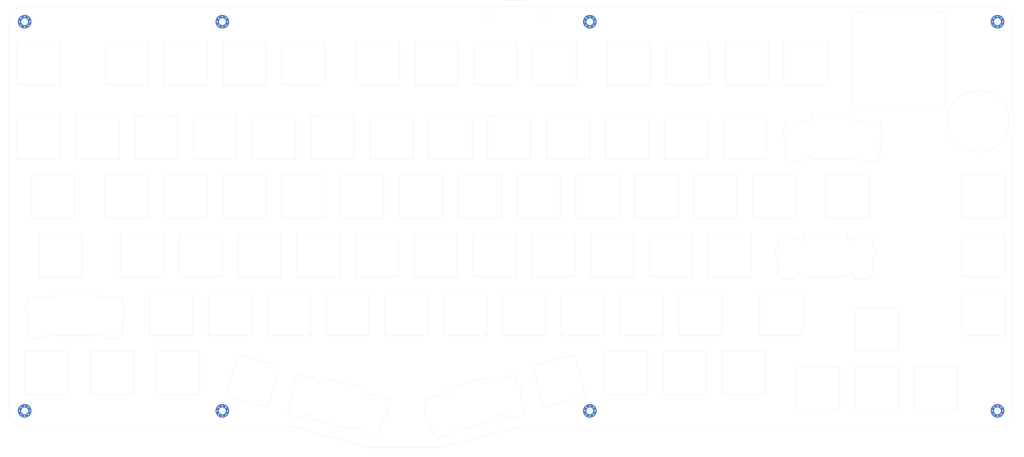
<source format=kicad_pcb>
(kicad_pcb (version 20211014) (generator pcbnew)
  (layers (0 "F.Cu" signal) (31 "B.Cu" signal) (34 "B.Paste" user) (35 "F.Paste" user) (36 "B.SilkS" user "B.Silkscreen") (37 "F.SilkS" user "F.Silkscreen") (38 "B.Mask" user) (39 "F.Mask" user) (44 "Edge.Cuts" user))
  (net 0 "")
  (net 1 "GND")
  (footprint "keyboard:MountingHole_2.2mm_M2_Pad_Via" (layer "F.Cu") (at 61.89 81.232)
    (fp_text reference "MountBaseMiddleTop1" hide)
    (fp_text value "MountingHole")
    (pad "1" thru_hole circle locked (at 0 1.65) (size 0.7 0.7) (drill 0.4) (layers *.Cu *.Mask))
    (pad "1" thru_hole circle locked (at 1.65 0) (size 0.7 0.7) (drill 0.4) (layers *.Cu *.Mask))
    (pad "1" thru_hole circle locked (at -1.166726 1.166726) (size 0.7 0.7) (drill 0.4) (layers *.Cu *.Mask))
    (pad "1" thru_hole circle locked (at 0 -1.65) (size 0.7 0.7) (drill 0.4) (layers *.Cu *.Mask))
    (pad "1" thru_hole circle locked (at -1.65 0) (size 0.7 0.7) (drill 0.4) (layers *.Cu *.Mask))
    (pad "1" thru_hole circle locked (at 0 0) (size 4.4 4.4) (drill 2.2) (layers *.Cu *.Mask))
    (pad "1" thru_hole circle locked (at -1.166726 -1.166726) (size 0.7 0.7) (drill 0.4) (layers *.Cu *.Mask))
    (pad "1" thru_hole circle locked (at 1.166726 1.166726) (size 0.7 0.7) (drill 0.4) (layers *.Cu *.Mask))
    (pad "1" thru_hole circle locked (at 1.166726 -1.166726) (size 0.7 0.7) (drill 0.4) (layers *.Cu *.Mask))
  )
  (footprint "keyboard:MountingHole_2.2mm_M2_Pad_Via" (layer "F.Cu") (at 61.89 207.232)
    (fp_text reference "MountBaseMiddleTop2" hide)
    (fp_text value "MountingHole")
    (pad "1" thru_hole circle locked (at 1.166726 1.166726) (size 0.7 0.7) (drill 0.4) (layers *.Cu *.Mask))
    (pad "1" thru_hole circle locked (at 1.65 0) (size 0.7 0.7) (drill 0.4) (layers *.Cu *.Mask))
    (pad "1" thru_hole circle locked (at 0 -1.65) (size 0.7 0.7) (drill 0.4) (layers *.Cu *.Mask))
    (pad "1" thru_hole circle locked (at 0 0) (size 4.4 4.4) (drill 2.2) (layers *.Cu *.Mask))
    (pad "1" thru_hole circle locked (at 1.166726 -1.166726) (size 0.7 0.7) (drill 0.4) (layers *.Cu *.Mask))
    (pad "1" thru_hole circle locked (at -1.166726 -1.166726) (size 0.7 0.7) (drill 0.4) (layers *.Cu *.Mask))
    (pad "1" thru_hole circle locked (at -1.166726 1.166726) (size 0.7 0.7) (drill 0.4) (layers *.Cu *.Mask))
    (pad "1" thru_hole circle locked (at 0 1.65) (size 0.7 0.7) (drill 0.4) (layers *.Cu *.Mask))
    (pad "1" thru_hole circle locked (at -1.65 0) (size 0.7 0.7) (drill 0.4) (layers *.Cu *.Mask))
  )
  (footprint "keyboard:MountingHole_2.2mm_M2_Pad_Via" (layer "F.Cu") (at 244.89 81.232)
    (fp_text reference "MountBaseMiddleTop5" hide)
    (fp_text value "MountingHole")
    (pad "1" thru_hole circle locked (at -1.166726 1.166726) (size 0.7 0.7) (drill 0.4) (layers *.Cu *.Mask))
    (pad "1" thru_hole circle locked (at -1.65 0) (size 0.7 0.7) (drill 0.4) (layers *.Cu *.Mask))
    (pad "1" thru_hole circle locked (at 1.166726 1.166726) (size 0.7 0.7) (drill 0.4) (layers *.Cu *.Mask))
    (pad "1" thru_hole circle locked (at 0 -1.65) (size 0.7 0.7) (drill 0.4) (layers *.Cu *.Mask))
    (pad "1" thru_hole circle locked (at 0 1.65) (size 0.7 0.7) (drill 0.4) (layers *.Cu *.Mask))
    (pad "1" thru_hole circle locked (at 1.166726 -1.166726) (size 0.7 0.7) (drill 0.4) (layers *.Cu *.Mask))
    (pad "1" thru_hole circle locked (at 1.65 0) (size 0.7 0.7) (drill 0.4) (layers *.Cu *.Mask))
    (pad "1" thru_hole circle locked (at -1.166726 -1.166726) (size 0.7 0.7) (drill 0.4) (layers *.Cu *.Mask))
    (pad "1" thru_hole circle locked (at 0 0) (size 4.4 4.4) (drill 2.2) (layers *.Cu *.Mask))
  )
  (footprint "keyboard:MountingHole_2.2mm_M2_Pad_Via" (layer "F.Cu") (at 244.89 207.232)
    (fp_text reference "MountBaseMiddleTop6" hide)
    (fp_text value "MountingHole")
    (pad "1" thru_hole circle locked (at -1.166726 1.166726) (size 0.7 0.7) (drill 0.4) (layers *.Cu *.Mask))
    (pad "1" thru_hole circle locked (at 1.166726 -1.166726) (size 0.7 0.7) (drill 0.4) (layers *.Cu *.Mask))
    (pad "1" thru_hole circle locked (at -1.65 0) (size 0.7 0.7) (drill 0.4) (layers *.Cu *.Mask))
    (pad "1" thru_hole circle locked (at 1.65 0) (size 0.7 0.7) (drill 0.4) (layers *.Cu *.Mask))
    (pad "1" thru_hole circle locked (at 0 0) (size 4.4 4.4) (drill 2.2) (layers *.Cu *.Mask))
    (pad "1" thru_hole circle locked (at 1.166726 1.166726) (size 0.7 0.7) (drill 0.4) (layers *.Cu *.Mask))
    (pad "1" thru_hole circle locked (at -1.166726 -1.166726) (size 0.7 0.7) (drill 0.4) (layers *.Cu *.Mask))
    (pad "1" thru_hole circle locked (at 0 1.65) (size 0.7 0.7) (drill 0.4) (layers *.Cu *.Mask))
    (pad "1" thru_hole circle locked (at 0 -1.65) (size 0.7 0.7) (drill 0.4) (layers *.Cu *.Mask))
  )
  (footprint "keyboard:MountingHole_2.2mm_M2_Pad_Via" (layer "F.Cu") (at 125.89 207.232)
    (fp_text reference "MountBaseMiddleTop4" hide)
    (fp_text value "MountingHole")
    (pad "1" thru_hole circle locked (at 1.65 0) (size 0.7 0.7) (drill 0.4) (layers *.Cu *.Mask))
    (pad "1" thru_hole circle locked (at -1.166726 1.166726) (size 0.7 0.7) (drill 0.4) (layers *.Cu *.Mask))
    (pad "1" thru_hole circle locked (at 0 -1.65) (size 0.7 0.7) (drill 0.4) (layers *.Cu *.Mask))
    (pad "1" thru_hole circle locked (at 0 1.65) (size 0.7 0.7) (drill 0.4) (layers *.Cu *.Mask))
    (pad "1" thru_hole circle locked (at -1.65 0) (size 0.7 0.7) (drill 0.4) (layers *.Cu *.Mask))
    (pad "1" thru_hole circle locked (at -1.166726 -1.166726) (size 0.7 0.7) (drill 0.4) (layers *.Cu *.Mask))
    (pad "1" thru_hole circle locked (at 1.166726 1.166726) (size 0.7 0.7) (drill 0.4) (layers *.Cu *.Mask))
    (pad "1" thru_hole circle locked (at 1.166726 -1.166726) (size 0.7 0.7) (drill 0.4) (layers *.Cu *.Mask))
    (pad "1" thru_hole circle locked (at 0 0) (size 4.4 4.4) (drill 2.2) (layers *.Cu *.Mask))
  )
  (footprint "keyboard:MountingHole_2.2mm_M2_Pad_Via" (layer "F.Cu") (at 125.89 81.232)
    (fp_text reference "MountBaseMiddleTop3" hide)
    (fp_text value "MountingHole")
    (pad "1" thru_hole circle locked (at 1.166726 1.166726) (size 0.7 0.7) (drill 0.4) (layers *.Cu *.Mask))
    (pad "1" thru_hole circle locked (at -1.166726 1.166726) (size 0.7 0.7) (drill 0.4) (layers *.Cu *.Mask))
    (pad "1" thru_hole circle locked (at 1.65 0) (size 0.7 0.7) (drill 0.4) (layers *.Cu *.Mask))
    (pad "1" thru_hole circle locked (at 1.166726 -1.166726) (size 0.7 0.7) (drill 0.4) (layers *.Cu *.Mask))
    (pad "1" thru_hole circle locked (at -1.65 0) (size 0.7 0.7) (drill 0.4) (layers *.Cu *.Mask))
    (pad "1" thru_hole circle locked (at 0 -1.65) (size 0.7 0.7) (drill 0.4) (layers *.Cu *.Mask))
    (pad "1" thru_hole circle locked (at 0 0) (size 4.4 4.4) (drill 2.2) (layers *.Cu *.Mask))
    (pad "1" thru_hole circle locked (at 0 1.65) (size 0.7 0.7) (drill 0.4) (layers *.Cu *.Mask))
    (pad "1" thru_hole circle locked (at -1.166726 -1.166726) (size 0.7 0.7) (drill 0.4) (layers *.Cu *.Mask))
  )
  (footprint "keyboard:MountingHole_2.2mm_M2_Pad_Via" (layer "F.Cu") (at 376.89 207.232)
    (fp_text reference "MountBaseMiddleTop8" hide)
    (fp_text value "MountingHole")
    (pad "1" thru_hole circle locked (at 0 1.65) (size 0.7 0.7) (drill 0.4) (layers *.Cu *.Mask))
    (pad "1" thru_hole circle locked (at 0 0) (size 4.4 4.4) (drill 2.2) (layers *.Cu *.Mask))
    (pad "1" thru_hole circle locked (at -1.65 0) (size 0.7 0.7) (drill 0.4) (layers *.Cu *.Mask))
    (pad "1" thru_hole circle locked (at -1.166726 1.166726) (size 0.7 0.7) (drill 0.4) (layers *.Cu *.Mask))
    (pad "1" thru_hole circle locked (at 1.166726 -1.166726) (size 0.7 0.7) (drill 0.4) (layers *.Cu *.Mask))
    (pad "1" thru_hole circle locked (at 1.65 0) (size 0.7 0.7) (drill 0.4) (layers *.Cu *.Mask))
    (pad "1" thru_hole circle locked (at 0 -1.65) (size 0.7 0.7) (drill 0.4) (layers *.Cu *.Mask))
    (pad "1" thru_hole circle locked (at -1.166726 -1.166726) (size 0.7 0.7) (drill 0.4) (layers *.Cu *.Mask))
    (pad "1" thru_hole circle locked (at 1.166726 1.166726) (size 0.7 0.7) (drill 0.4) (layers *.Cu *.Mask))
  )
  (footprint "keyboard:MountingHole_2.2mm_M2_Pad_Via" (layer "F.Cu") (at 376.89 81.232)
    (fp_text reference "MountBaseMiddleTop7" hide)
    (fp_text value "MountingHole")
    (pad "1" thru_hole circle locked (at -1.166726 -1.166726) (size 0.7 0.7) (drill 0.4) (layers *.Cu *.Mask))
    (pad "1" thru_hole circle locked (at 0 -1.65) (size 0.7 0.7) (drill 0.4) (layers *.Cu *.Mask))
    (pad "1" thru_hole circle locked (at 1.166726 -1.166726) (size 0.7 0.7) (drill 0.4) (layers *.Cu *.Mask))
    (pad "1" thru_hole circle locked (at -1.166726 1.166726) (size 0.7 0.7) (drill 0.4) (layers *.Cu *.Mask))
    (pad "1" thru_hole circle locked (at 1.65 0) (size 0.7 0.7) (drill 0.4) (layers *.Cu *.Mask))
    (pad "1" thru_hole circle locked (at 0 1.65) (size 0.7 0.7) (drill 0.4) (layers *.Cu *.Mask))
    (pad "1" thru_hole circle locked (at 0 0) (size 4.4 4.4) (drill 2.2) (layers *.Cu *.Mask))
    (pad "1" thru_hole circle locked (at 1.166726 1.166726) (size 0.7 0.7) (drill 0.4) (layers *.Cu *.Mask))
    (pad "1" thru_hole circle locked (at -1.65 0) (size 0.7 0.7) (drill 0.4) (layers *.Cu *.Mask))
  )
  (gr_line (start 376.89 76.232) (end 61.89 76.232) (layer "Edge.Cuts") (width 0.05))
  (gr_arc (start 61.89 212.232) (mid 58.354466 210.767534) (end 56.89 207.232) (layer "Edge.Cuts") (width 0.05))
  (gr_arc (start 381.89 207.232) (mid 380.425534 210.767534) (end 376.89 212.232) (layer "Edge.Cuts") (width 0.05))
  (gr_arc (start 376.89 76.232) (mid 380.425534 77.696466) (end 381.89 81.232) (layer "Edge.Cuts") (width 0.05))
  (gr_line (start 381.89 207.232) (end 381.89 81.232) (layer "Edge.Cuts") (width 0.05))
  (gr_line (start 188.38 101.648999) (end 188.38 87.678999) (layer "Edge.Cuts") (width 0.05))
  (gr_line (start 297.554999 144.798999) (end 297.554999 130.828999) (layer "Edge.Cuts") (width 0.05))
  (gr_line (start 130.55 125.748999) (end 116.58 125.748999) (layer "Edge.Cuts") (width 0.05))
  (gr_circle (center 376.89 207.232) (end 377.99 207.232) (layer "Edge.Cuts") (width 0.05) (fill none))
  (gr_line (start 80.54375 163.848999) (end 66.57375 163.848999) (layer "Edge.Cuts") (width 0.05))
  (gr_line (start 59.43 111.778999) (end 73.4 111.778999) (layer "Edge.Cuts") (width 0.05))
  (gr_line (start 230.5625 168.929) (end 230.5625 182.899) (layer "Edge.Cuts") (width 0.05))
  (gr_line (start 92.7675 149.879) (end 106.7375 149.879) (layer "Edge.Cuts") (width 0.05))
  (gr_line (start 329.819349 151.174399) (end 336.474149 151.174399) (layer "Edge.Cuts") (width 0.05))
  (gr_line (start 121.025 144.798999) (end 107.055 144.798999) (layer "Edge.Cuts") (width 0.05))
  (gr_line (start 153.510646 208.299823) (end 153.306852 209.060393) (layer "Edge.Cuts") (width 0.05))
  (gr_line (start 269.629999 87.678999) (end 283.599999 87.678999) (layer "Edge.Cuts") (width 0.05))
  (gr_line (start 59.43 87.678999) (end 73.4 87.678999) (layer "Edge.Cuts") (width 0.05))
  (gr_line (start 170.644765 214.91569) (end 170.947169 213.787102) (layer "Edge.Cuts") (width 0.05))
  (gr_line (start 192.4625 168.929) (end 192.4625 182.899) (layer "Edge.Cuts") (width 0.05))
  (gr_line (start 178.175 144.798999) (end 164.205 144.798999) (layer "Edge.Cuts") (width 0.05))
  (gr_line (start 307.460999 116.477999) (end 308.324599 116.477999) (layer "Edge.Cuts") (width 0.05))
  (gr_line (start 235.6425 182.899) (end 235.6425 168.929) (layer "Edge.Cuts") (width 0.05))
  (gr_circle (center 376.89 81.232001) (end 377.99 81.232001) (layer "Edge.Cuts") (width 0.05) (fill none))
  (gr_line (start 93.58665 173.627999) (end 94.45025 173.627999) (layer "Edge.Cuts") (width 0.05))
  (gr_line (start 330.1 107.452) (end 330.1 79.452) (layer "Edge.Cuts") (width 0.05))
  (gr_line (start 259.454999 144.798999) (end 259.454999 130.828999) (layer "Edge.Cuts") (width 0.05))
  (gr_line (start 259.1375 149.879) (end 259.1375 163.849) (layer "Edge.Cuts") (width 0.05))
  (gr_line (start 75.78125 201.949) (end 61.81125 201.949) (layer "Edge.Cuts") (width 0.05))
  (gr_line (start 157.84851 198.391528) (end 158.394153 196.355163) (layer "Edge.Cuts") (width 0.05))
  (gr_line (start 338.855399 113.074399) (end 338.855399 116.477999) (layer "Edge.Cuts") (width 0.05))
  (gr_line (start 97.2125 187.979) (end 97.2125 201.949) (layer "Edge.Cuts") (width 0.05))
  (gr_line (start 164.205 144.798999) (end 164.205 130.828999) (layer "Edge.Cuts") (width 0.05))
  (gr_line (start 328.193749 151.987199) (end 329.819349 151.987199) (layer "Edge.Cuts") (width 0.05))
  (gr_line (start 92.449999 125.748999) (end 78.479999 125.748999) (layer "Edge.Cuts") (width 0.05))
  (gr_line (start 78.1625 144.798999) (end 64.1925 144.798999) (layer "Edge.Cuts") (width 0.05))
  (gr_line (start 226.479999 101.648999) (end 226.479999 87.678999) (layer "Edge.Cuts") (width 0.05))
  (gr_line (start 313.906249 168.929) (end 313.906249 182.899) (layer "Edge.Cuts") (width 0.05))
  (gr_line (start 297.237499 149.879) (end 297.237499 163.849) (layer "Edge.Cuts") (width 0.05))
  (gr_line (start 217.2 74.222) (end 224.566 74.222) (layer "Edge.Cuts") (width 0.05))
  (gr_line (start 321.367499 130.828999) (end 335.337499 130.828999) (layer "Edge.Cuts") (width 0.05))
  (gr_line (start 159.125 130.828999) (end 159.125 144.798999) (layer "Edge.Cuts") (width 0.05))
  (gr_line (start 83.2425 187.979) (end 97.2125 187.979) (layer "Edge.Cuts") (width 0.05))
  (gr_line (start 171.888137 199.970865) (end 171.342494 202.00723) (layer "Edge.Cuts") (width 0.05))
  (gr_line (start 145.155 144.798999) (end 145.155 130.828999) (layer "Edge.Cuts") (width 0.05))
  (gr_line (start 330.860749 164.636399) (end 330.860749 163.467999) (layer "Edge.Cuts") (width 0.05))
  (gr_line (start 331.6 77.952) (end 358.6 77.952) (layer "Edge.Cuts") (width 0.05))
  (gr_line (start 330.574999 125.748999) (end 316.604999 125.748999) (layer "Edge.Cuts") (width 0.05))
  (gr_line (start 144.8375 163.849) (end 130.8675 163.849) (layer "Edge.Cuts") (width 0.05))
  (gr_line (start 240.449999 101.648999) (end 226.479999 101.648999) (layer "Edge.Cuts") (width 0.05))
  (gr_line (start 126.18 87.678999) (end 140.15 87.678999) (layer "Edge.Cuts") (width 0.05))
  (gr_line (start 288.029999 111.778999) (end 301.999999 111.778999) (layer "Edge.Cuts") (width 0.05))
  (gr_line (start 111.8175 163.849) (end 111.8175 149.879) (layer "Edge.Cuts") (width 0.05))
  (gr_line (start 199.72033 213.787102) (end 200.022734 214.91569) (layer "Edge.Cuts") (width 0.05))
  (gr_line (start 169.33 101.648999) (end 169.33 87.678999) (layer "Edge.Cuts") (width 0.05))
  (gr_line (start 259.454999 130.828999) (end 273.424999 130.828999) (layer "Edge.Cuts") (width 0.05))
  (gr_line (start 125.7875 149.879) (end 125.7875 163.849) (layer "Edge.Cuts") (width 0.05))
  (gr_circle (center 125.89 207.232) (end 126.99 207.232) (layer "Edge.Cuts") (width 0.05) (fill none))
  (gr_line (start 222.321963 198.527408) (end 223.045103 201.226205) (layer "Edge.Cuts") (width 0.05))
  (gr_line (start 62.19225 176.421999) (end 62.19225 173.627999) (layer "Edge.Cuts") (width 0.05))
  (gr_line (start 130.8675 149.879) (end 144.8375 149.879) (layer "Edge.Cuts") (width 0.05))
  (gr_line (start 207.0675 149.879) (end 221.0375 149.879) (layer "Edge.Cuts") (width 0.05))
  (gr_line (start 330.574999 124.580599) (end 330.574999 125.748999) (layer "Edge.Cuts") (width 0.05))
  (gr_line (start 173.123071 201.642862) (end 179.551115 203.365251) (layer "Edge.Cuts") (width 0.05))
  (gr_line (start 116.2625 182.899) (end 102.2925 182.899) (layer "Edge.Cuts") (width 0.05))
  (gr_line (start 299.936249 182.899) (end 299.936249 168.929) (layer "Edge.Cuts") (width 0.05))
  (gr_line (start 64.09725 183.686399) (end 64.09725 182.517999) (layer "Edge.Cuts") (width 0.05))
  (gr_line (start 297.237499 163.849) (end 283.267499 163.849) (layer "Edge.Cuts") (width 0.05))
  (gr_line (start 168.65 111.778999) (end 168.65 125.748999) (layer "Edge.Cuts") (width 0.05))
  (gr_line (start 278.187499 163.849) (end 264.217499 163.849) (layer "Edge.Cuts") (width 0.05))
  (gr_line (start 336.474149 151.174399) (end 336.474149 154.577999) (layer "Edge.Cuts") (width 0.05))
  (gr_line (start 301.999999 125.748999) (end 288.029999 125.748999) (layer "Edge.Cuts") (width 0.05))
  (gr_line (start 269.629999 101.648999) (end 269.629999 87.678999) (layer "Edge.Cuts") (width 0.05))
  (gr_line (start 311.556749 163.467999) (end 311.556749 164.636399) (layer "Edge.Cuts") (width 0.05))
  (gr_arc (start 330.1 79.452) (mid 330.53934 78.39134) (end 331.6 77.952) (layer "Edge.Cuts") (width 0.05))
  (gr_line (start 126.105 144.798999) (end 126.105 130.828999) (layer "Edge.Cuts") (width 0.05))
  (gr_line (start 171.342494 202.00723) (end 172.912703 202.427967) (layer "Edge.Cuts") (width 0.05))
  (gr_line (start 188.0175 163.849) (end 188.0175 149.879) (layer "Edge.Cuts") (width 0.05))
  (gr_line (start 363.912499 206.998999) (end 349.942499 206.998999) (layer "Edge.Cuts") (width 0.05))
  (gr_line (start 379.349999 163.849) (end 365.379999 163.849) (layer "Edge.Cuts") (width 0.05))
  (gr_line (start 202.305 130.828999) (end 216.275 130.828999) (layer "Edge.Cuts") (width 0.05))
  (gr_arc (start 360.1 107.452) (mid 359.66066 108.51266) (end 358.6 108.952) (layer "Edge.Cuts") (width 0.05))
  (gr_circle (center 211.9519 79.7839) (end 213.5519 79.7839) (layer "Edge.Cuts") (width 0.05) (fill none))
  (gr_line (start 69.71065 181.730599) (end 69.71065 182.517999) (layer "Edge.Cuts") (width 0.05))
  (gr_line (start 226.1175 163.849) (end 226.1175 149.879) (layer "Edge.Cuts") (width 0.05))
  (gr_line (start 311.524999 144.798999) (end 297.554999 144.798999) (layer "Edge.Cuts") (width 0.05))
  (gr_line (start 106.7375 163.849) (end 92.7675 163.849) (layer "Edge.Cuts") (width 0.05))
  (gr_line (start 314.979399 113.074399) (end 314.979399 113.887199) (layer "Edge.Cuts") (width 0.05))
  (gr_line (start 126.105 130.828999) (end 140.075 130.828999) (layer "Edge.Cuts") (width 0.05))
  (gr_line (start 336.474149 157.371999) (end 336.474149 163.467999) (layer "Edge.Cuts") (width 0.05))
  (gr_circle (center 370.65 113.462) (end 370.65 103.462) (layer "Edge.Cuts") (width 0.05) (fill none))
  (gr_line (start 264.217499 149.879) (end 278.187499 149.879) (layer "Edge.Cuts") (width 0.05))
  (gr_line (start 301.7125 187.979) (end 301.7125 201.949) (layer "Edge.Cuts") (width 0.05))
  (gr_line (start 249.93 111.778999) (end 263.9 111.778999) (layer "Edge.Cuts") (width 0.05))
  (gr_line (start 147.582319 208.736126) (end 147.884724 207.607538) (layer "Edge.Cuts") (width 0.05))
  (gr_line (start 223.78869 207.338005) (end 222.782775 207.607539) (layer "Edge.Cuts") (width 0.05))
  (gr_line (start 71.33625 181.730599) (end 69.71065 181.730599) (layer "Edge.Cuts") (width 0.05))
  (gr_line (start 263.9 125.748999) (end 249.93 125.748999) (layer "Edge.Cuts") (width 0.05))
  (gr_line (start 314.223749 149.878999) (end 328.193749 149.878999) (layer "Edge.Cuts") (width 0.05))
  (gr_line (start 330.574999 111.778999) (end 330.574999 113.887199) (layer "Edge.Cuts") (width 0.05))
  (gr_line (start 273.742499 182.899) (end 273.742499 168.929) (layer "Edge.Cuts") (width 0.05))
  (gr_line (start 337.813999 126.536399) (end 333.241999 126.536399) (layer "Edge.Cuts") (width 0.05))
  (gr_line (start 308.324599 113.074399) (end 314.979399 113.074399) (layer "Edge.Cuts") (width 0.05))
  (gr_line (start 215.889048 209.849148) (end 202.395065 213.46485) (layer "Edge.Cuts") (width 0.05))
  (gr_line (start 365.379999 144.798999) (end 365.379999 130.828999) (layer "Edge.Cuts") (width 0.05))
  (gr_line (start 159.4425 168.929) (end 173.4125 168.929) (layer "Edge.Cuts") (width 0.05))
  (gr_line (start 94.45025 173.627999) (end 94.45025 176.421999) (layer "Edge.Cuts") (width 0.05))
  (gr_line (start 97.529999 111.778999) (end 111.499999 111.778999) (layer "Edge.Cuts") (width 0.05))
  (gr_circle (center 376.89 207.232149) (end 377.99 207.232149) (layer "Edge.Cuts") (width 0.05) (fill none))
  (gr_arc (start 358.6 77.952) (mid 359.66066 78.39134) (end 360.1 79.452) (layer "Edge.Cuts") (width 0.05))
  (gr_line (start 229.996395 206.069095) (end 226.380693 192.575111) (layer "Edge.Cuts") (width 0.05))
  (gr_line (start 249.6125 182.899) (end 235.6425 182.899) (layer "Edge.Cuts") (width 0.05))
  (gr_line (start 175.060977 216.09901) (end 170.644765 214.91569) (layer "Edge.Cuts") (width 0.05))
  (gr_line (start 313.937999 125.367999) (end 313.937999 126.536399) (layer "Edge.Cuts") (width 0.05))
  (gr_line (start 349.942499 206.998999) (end 349.942499 193.028999) (layer "Edge.Cuts") (width 0.05))
  (gr_line (start 329.819349 163.467999) (end 329.819349 162.680599) (layer "Edge.Cuts") (width 0.05))
  (gr_line (start 88.005 130.828999) (end 101.975 130.828999) (layer "Edge.Cuts") (width 0.05))
  (gr_line (start 135.63 111.778999) (end 149.6 111.778999) (layer "Edge.Cuts") (width 0.05))
  (gr_line (start 332.200599 113.074399) (end 338.855399 113.074399) (layer "Edge.Cuts") (width 0.05))
  (gr_line (start 226.380693 192.575111) (end 239.874677 188.959409) (layer "Edge.Cuts") (width 0.05))
  (gr_line (start 140.15 101.648999) (end 126.18 101.648999) (layer "Edge.Cuts") (width 0.05))
  (gr_line (start 176.369297 215.239957) (end 175.363382 214.970423) (layer "Edge.Cuts") (width 0.05))
  (gr_line (start 207.43 101.648999) (end 207.43 87.678999) (layer "Edge.Cuts") (width 0.05))
  (gr_line (start 264.217499 163.849) (end 264.217499 149.879) (layer "Edge.Cuts") (width 0.05))
  (gr_line (start 140.075 130.828999) (end 140.075 144.798999) (layer "Edge.Cuts") (width 0.05))
  (gr_line (start 156.278301 197.970792) (end 157.84851 198.391528) (layer "Edge.Cuts") (width 0.05))
  (gr_line (start 61.89 212.232) (end 148.053656 212.232) (layer "Edge.Cuts") (width 0.05))
  (gr_line (start 332.200599 124.580599) (end 330.574999 124.580599) (layer "Edge.Cuts") (width 0.05))
  (gr_line (start 178.175 130.828999) (end 178.175 144.798999) (layer "Edge.Cuts") (width 0.05))
  (gr_line (start 214.389198 197.970792) (end 214.178829 197.185688) (layer "Edge.Cuts") (width 0.05))
  (gr_line (start 225.8 111.778999) (end 225.8 125.748999) (layer "Edge.Cuts") (width 0.05))
  (gr_line (start 159.4425 182.899) (end 159.4425 168.929) (layer "Edge.Cuts") (width 0.05))
  (gr_line (start 86.93185 181.730599) (end 85.30625 181.730599) (layer "Edge.Cuts") (width 0.05))
  (gr_line (start 118.643749 201.949) (end 104.673749 201.949) (layer "Edge.Cuts") (width 0.05))
  (gr_line (start 107.055 130.828999) (end 121.025 130.828999) (layer "Edge.Cuts") (width 0.05))
  (gr_line (start 288.679999 87.678999) (end 302.649999 87.678999) (layer "Edge.Cuts") (width 0.05))
  (gr_line (start 116.58 125.748999) (end 116.58 111.778999) (layer "Edge.Cuts") (width 0.05))
  (gr_line (start 140.075 144.798999) (end 126.105 144.798999) (layer "Edge.Cuts") (width 0.05))
  (gr_line (start 307.729999 87.678999) (end 321.699999 87.678999) (layer "Edge.Cuts") (width 0.05))
  (gr_line (start 71.33625 168.928999) (end 85.30625 168.928999) (layer "Edge.Cuts") (width 0.05))
  (gr_line (start 254.692499 168.929) (end 268.662499 168.929) (layer "Edge.Cuts") (width 0.05))
  (gr_line (start 206.75 111.778999) (end 206.75 125.748999) (layer "Edge.Cuts") (width 0.05))
  (gr_line (start 379.349999 144.798999) (end 365.379999 144.798999) (layer "Edge.Cuts") (width 0.05))
  (gr_circle (center 125.89 81.232) (end 126.99 81.232) (layer "Edge.Cuts") (width 0.05) (fill none))
  (gr_line (start 221.487789 198.750924) (end 222.321963 198.527408) (layer "Edge.Cuts") (width 0.05))
  (gr_line (start 287.7425 187.979) (end 301.7125 187.979) (layer "Edge.Cuts") (width 0.05))
  (gr_line (start 201.9875 163.849) (end 188.0175 163.849) (layer "Edge.Cuts") (width 0.05))
  (gr_line (start 235.325 144.798999) (end 221.355 144.798999) (layer "Edge.Cuts") (width 0.05))
  (gr_line (start 111.499999 125.748999) (end 97.529999 125.748999) (layer "Edge.Cuts") (width 0.05))
  (gr_line (start 309.365999 125.367999) (end 308.324599 125.367999) (layer "Edge.Cuts") (width 0.05))
  (gr_line (start 264.549999 101.648999) (end 250.579999 101.648999) (layer "Edge.Cuts") (width 0.05))
  (gr_line (start 216.275 130.828999) (end 216.275 144.798999) (layer "Edge.Cuts") (width 0.05))
  (gr_line (start 116.2625 168.929) (end 116.2625 182.899) (layer "Edge.Cuts") (width 0.05))
  (gr_line (start 148.456569 201.44972) (end 147.622396 201.226204) (layer "Edge.Cuts") (width 0.05))
  (gr_line (start 312.598149 163.467999) (end 311.556749 163.467999) (layer "Edge.Cuts") (width 0.05))
  (gr_line (start 164.205 130.828999) (end 178.175 130.828999) (layer "Edge.Cuts") (width 0.05))
  (gr_arc (start 331.6 108.952) (mid 330.53934 108.51266) (end 330.1 107.452) (layer "Edge.Cuts") (width 0.05))
  (gr_line (start 183.3 101.648999) (end 169.33 101.648999) (layer "Edge.Cuts") (width 0.05))
  (gr_line (start 197.544428 201.642862) (end 197.754796 202.427967) (layer "Edge.Cuts") (width 0.05))
  (gr_line (start 75.78125 187.979) (end 75.78125 201.949) (layer "Edge.Cuts") (width 0.05))
  (gr_line (start 201.9875 149.879) (end 201.9875 163.849) (layer "Edge.Cuts") (width 0.05))
  (gr_line (start 111.499999 111.778999) (end 111.499999 125.748999) (layer "Edge.Cuts") (width 0.05))
  (gr_line (start 288.029999 125.748999) (end 288.029999 111.778999) (layer "Edge.Cuts") (width 0.05))
  (gr_line (start 338.855399 116.477999) (end 339.718999 116.477999) (layer "Edge.Cuts") (width 0.05))
  (gr_line (start 178.781231 209.575189) (end 177.947058 209.351673) (layer "Edge.Cuts") (width 0.05))
  (gr_line (start 314.223749 162.680599) (end 312.598149 162.680599) (layer "Edge.Cuts") (width 0.05))
  (gr_line (start 328.193749 149.878999) (end 328.193749 151.987199) (layer "Edge.Cuts") (width 0.05))
  (gr_line (start 307.729999 101.648999) (end 307.729999 87.678999) (layer "Edge.Cuts") (width 0.05))
  (gr_line (start 173.4125 168.929) (end 173.4125 182.899) (layer "Edge.Cuts") (width 0.05))
  (gr_line (start 197.754796 202.427967) (end 199.325005 202.007231) (layer "Edge.Cuts") (width 0.05))
  (gr_line (start 149.9175 163.849) (end 149.9175 149.879) (layer "Edge.Cuts") (width 0.05))
  (gr_line (start 379.349999 182.899) (end 365.379999 182.899) (layer "Edge.Cuts") (width 0.05))
  (gr_line (start 148.053656 212.232) (end 174.178012 219.232) (layer "Edge.Cuts") (width 0.05))
  (gr_line (start 80.54375 149.878999) (end 80.54375 163.848999) (layer "Edge.Cuts") (width 0.05))
  (gr_line (start 329.819349 162.680599) (end 328.193749 162.680599) (layer "Edge.Cuts") (width 0.05))
  (gr_line (start 102.05 101.648999) (end 88.08 101.648999) (layer "Edge.Cuts") (width 0.05))
  (gr_line (start 135.63 125.748999) (end 135.63 111.778999) (layer "Edge.Cuts") (width 0.05))
  (gr_line (start 202.35 101.648999) (end 188.38 101.648999) (layer "Edge.Cuts") (width 0.05))
  (gr_line (start 200.022734 214.91569) (end 195.606522 216.099011) (layer "Edge.Cuts") (width 0.05))
  (gr_line (start 328.193749 163.848999) (end 314.223749 163.848999) (layer "Edge.Cuts") (width 0.05))
  (gr_line (start 202.305 144.798999) (end 202.305 130.828999) (layer "Edge.Cuts") (width 0.05))
  (gr_line (start 344.8625 206.998999) (end 330.8925 206.998999) (layer "Edge.Cuts") (width 0.05))
  (gr_line (start 154.68 125.748999) (end 154.68 111.778999) (layer "Edge.Cuts") (width 0.05))
  (gr_line (start 358.6 108.952) (end 331.6 108.952) (layer "Edge.Cuts") (width 0.05))
  (gr_line (start 73.4 101.648999) (end 59.43 101.648999) (layer "Edge.Cuts") (width 0.05))
  (gr_line (start 202.09266 212.336262) (end 200.522451 212.756998) (layer "Edge.Cuts") (width 0.05))
  (gr_line (start 312.598149 162.680599) (end 312.598149 163.467999) (layer "Edge.Cuts") (width 0.05))
  (gr_line (start 198.779362 199.970866) (end 212.273346 196.355164) (layer "Edge.Cuts") (width 0.05))
  (gr_line (start 179.504372 206.876392) (end 178.781231 209.575189) (layer "Edge.Cuts") (width 0.05))
  (gr_line (start 68.66925 182.517999) (end 68.66925 183.686399) (layer "Edge.Cuts") (width 0.05))
  (gr_line (start 191.116384 203.365251) (end 197.544428 201.642862) (layer "Edge.Cuts") (width 0.05))
  (gr_line (start 178.4925 182.899) (end 178.4925 168.929) (layer "Edge.Cuts") (width 0.05))
  (gr_line (start 301.7125 201.949) (end 287.7425 201.949) (layer "Edge.Cuts") (width 0.05))
  (gr_line (start 183.255 130.828999) (end 197.225 130.828999) (layer "Edge.Cuts") (width 0.05))
  (gr_line (start 158.394153 196.355163) (end 171.888137 199.970865) (layer "Edge.Cuts") (width 0.05))
  (gr_line (start 222.782775 207.607539) (end 223.085179 208.736126) (layer "Edge.Cuts") (width 0.05))
  (gr_line (start 305.943349 163.467999) (end 305.943349 157.371999) (layer "Edge.Cuts") (width 0.05))
  (gr_line (start 179.551115 203.365251) (end 178.670198 206.652876) (layer "Edge.Cuts") (width 0.05))
  (gr_line (start 196.489483 219.232) (end 222.613839 212.232) (layer "Edge.Cuts") (width 0.05))
  (gr_line (start 94.45025 176.421999) (end 93.58665 176.421999) (layer "Edge.Cuts") (width 0.05))
  (gr_line (start 153.306852 209.060393) (end 152.300937 208.790859) (layer "Edge.Cuts") (width 0.05))
  (gr_line (start 221.0375 163.849) (end 207.0675 163.849) (layer "Edge.Cuts") (width 0.05))
  (gr_line (start 78.479999 125.748999) (end 78.479999 111.778999) (layer "Edge.Cuts") (width 0.05))
  (gr_line (start 236.7994 212.232) (end 222.613839 212.232) (layer "Edge.Cuts") (width 0.05))
  (gr_line (start 245.1675 163.849) (end 245.1675 149.879) (layer "Edge.Cuts") (width 0.05))
  (gr_line (start 149.17971 198.750924) (end 150.060626 195.463298) (layer "Edge.Cuts") (width 0.05))
  (gr_line (start 192.78 111.778999) (end 206.75 111.778999) (layer "Edge.Cuts") (width 0.05))
  (gr_line (start 107.129999 101.648999) (end 107.129999 87.678999) (layer "Edge.Cuts") (width 0.05))
  (gr_line (start 145.23 87.678999) (end 159.2 87.678999) (layer "Edge.Cuts") (width 0.05))
  (gr_line (start 170.145048 212.756998) (end 168.574839 212.336261) (layer "Edge.Cuts") (width 0.05))
  (gr_line (start 314.223749 163.848999) (end 314.223749 162.680599) (layer "Edge.Cuts") (width 0.05))
  (gr_line (start 69.71065 182.517999) (end 68.66925 182.517999) (layer "Edge.Cuts") (width 0.05))
  (gr_line (start 66.57375 163.848999) (end 66.57375 149.878999) (layer "Edge.Cuts") (width 0.05))
  (gr_line (start 168.9675 163.849) (end 168.9675 149.879) (layer "Edge.Cuts") (width 0.05))
  (gr_line (start 71.33625 171.037199) (end 71.33625 168.928999) (layer "Edge.Cuts") (width 0.05))
  (gr_line (start 85.30625 168.928999) (end 85.30625 171.037199) (layer "Edge.Cuts") (width 0.05))
  (gr_line (start 140.15 87.678999) (end 140.15 101.648999) (layer "Edge.Cuts") (width 0.05))
  (gr_line (start 73.4 111.778999) (end 73.4 125.748999) (layer "Edge.Cuts") (width 0.05))
  (gr_line (start 173.73 111.778999) (end 187.7 111.778999) (layer "Edge.Cuts") (width 0.05))
  (gr_line (start 311.8425 193.028999) (end 325.8125 193.028999) (layer "Edge.Cuts") (width 0.05))
  (gr_line (start 194.298202 215.239957) (end 192.720441 209.351673) (layer "Edge.Cuts") (width 0.05))
  (gr_line (start 305.079749 157.371999) (end 305.079749 154.577999) (layer "Edge.Cuts") (width 0.05))
  (gr_line (start 321.699999 101.648999) (end 307.729999 101.648999) (layer "Edge.Cuts") (width 0.05))
  (gr_line (start 240.449999 87.678999) (end 240.449999 101.648999) (layer "Edge.Cuts") (width 0.05))
  (gr_line (start 321.367499 144.798999) (end 321.367499 130.828999) (layer "Edge.Cuts") (width 0.05))
  (gr_line (start 338.855399 119.271999) (end 338.855399 125.367999) (layer "Edge.Cuts") (width 0.05))
  (gr_line (start 240.0875 149.879) (end 240.0875 163.849) (layer "Edge.Cuts") (width 0.05))
  (gr_line (start 152.300937 208.790859) (end 151.998532 209.919447) (layer "Edge.Cuts") (width 0.05))
  (gr_line (start 56.89 81.232) (end 56.89 207.232) (layer "Edge.Cuts") (width 0.05))
  (gr_line (start 235.6425 168.929) (end 249.6125 168.929) (layer "Edge.Cuts") (width 0.05))
  (gr_line (start 199.325005 202.007231) (end 198.779362 199.970866) (layer "Edge.Cuts") (width 0.05))
  (gr_line (start 314.979399 124.580599) (end 314.979399 125.367999) (layer "Edge.Cuts") (width 0.05))
  (gr_line (start 282.6625 201.949) (end 268.6925 201.949) (layer "Edge.Cuts") (width 0.05))
  (gr_line (start 156.48867 197.185687) (end 156.278301 197.970792) (layer "Edge.Cuts") (width 0.05))
  (gr_line (start 149.6 125.748999) (end 135.63 125.748999) (layer "Edge.Cuts") (width 0.05))
  (gr_line (start 182.9375 149.879) (end 182.9375 163.849) (layer "Edge.Cuts") (width 0.05))
  (gr_line (start 335.337499 130.828999) (end 335.337499 144.798999) (layer "Edge.Cuts") (width 0.05))
  (gr_line (start 63.05585 182.517999) (end 63.05585 176.421999) (layer "Edge.Cuts") (width 0.05))
  (gr_line (start 121.3425 182.899) (end 121.3425 168.929) (layer "Edge.Cuts") (width 0.05))
  (gr_line (start 183.255 144.798999) (end 183.255 130.828999) (layer "Edge.Cuts") (width 0.05))
  (gr_line (start 379.349999 168.929) (end 379.349999 182.899) (layer "Edge.Cuts") (width 0.05))
  (gr_line (start 244.85 125.748999) (end 230.88 125.748999) (layer "Edge.Cuts") (width 0.05))
  (gr_line (start 302.649999 101.648999) (end 288.679999 101.648999) (layer "Edge.Cuts") (width 0.05))
  (gr_line (start 154.3625 168.929) (end 154.3625 182.899) (layer "Edge.Cuts") (width 0.05))
  (gr_line (start 107.055 144.798999) (end 107.055 130.828999) (layer "Edge.Cuts") (width 0.05))
  (gr_line (start 170.947169 213.787102) (end 169.941254 213.517568) (layer "Edge.Cuts") (width 0.05))
  (gr_line (start 282.949999 111.778999) (end 282.949999 125.748999) (layer "Edge.Cuts") (width 0.05))
  (gr_line (start 314.223749 151.987199) (end 314.223749 149.878999) (layer "Edge.Cuts") (width 0.05))
  (gr_line (start 335.432749 163.467999) (end 335.432749 164.636399) (layer "Edge.Cuts") (width 0.05))
  (gr_line (start 168.9675 149.879) (end 182.9375 149.879) (layer "Edge.Cuts") (width 0.05))
  (gr_line (start 305.079749 154.577999) (end 305.943349 154.577999) (layer "Edge.Cuts") (width 0.05))
  (gr_line (start 200.726245 213.517568) (end 199.72033 213.787102) (layer "Edge.Cuts") (width 0.05))
  (gr_line (start 283.267499 149.879) (end 297.237499 149.879) (layer "Edge.Cuts") (width 0.05))
  (gr_line (start 61.81125 201.949) (end 61.81125 187.979) (layer "Edge.Cuts") (width 0.05))
  (gr_line (start 365.379999 149.879) (end 379.349999 149.879) (layer "Edge.Cuts") (width 0.05))
  (gr_line (start 273.424999 144.798999) (end 259.454999 144.798999) (layer "Edge.Cuts") (width 0.05))
  (gr_line (start 240.405 144.798999) (end 240.405 130.828999) (layer "Edge.Cuts") (width 0.05))
  (gr_line (start 301.999999 111.778999) (end 301.999999 125.748999) (layer "Edge.Cuts") (width 0.05))
  (gr_line (start 316.604999 113.887199) (end 316.604999 111.778999) (layer "Edge.Cuts") (width 0.05))
  (gr_circle (center 61.89 207.232) (end 62.99 207.232) (layer "Edge.Cuts") (width 0.05) (fill none))
  (gr_line (start 337.337749 154.577999) (end 337.337749 157.371999) (layer "Edge.Cuts") (width 0.05))
  (gr_line (start 154.3625 182.899) (end 140.3925 182.899) (layer "Edge.Cuts") (width 0.05))
  (gr_line (start 140.3925 182.899) (end 140.3925 168.929) (layer "Edge.Cuts") (width 0.05))
  (gr_line (start 86.93185 171.037199) (end 86.93185 170.224399) (layer "Edge.Cuts") (width 0.05))
  (gr_line (start 154.68 111.778999) (end 168.65 111.778999) (layer "Edge.Cuts") (width 0.05))
  (gr_line (start 330.860749 163.467999) (end 329.819349 163.467999) (layer "Edge.Cuts") (width 0.05))
  (gr_line (start 250.579999 87.678999) (end 264.549999 87.678999) (layer "Edge.Cuts") (width 0.05))
  (gr_line (start 230.88 125.748999) (end 230.88 111.778999) (layer "Edge.Cuts") (width 0.05))
  (gr_line (start 217.156853 208.299824) (end 215.586644 208.72056) (layer "Edge.Cuts") (width 0.05))
  (gr_line (start 287.7425 201.949) (end 287.7425 187.979) (layer "Edge.Cuts") (width 0.05))
  (gr_line (start 61.81125 187.979) (end 75.78125 187.979) (layer "Edge.Cuts") (width 0.05))
  (gr_line (start 192.78 125.748999) (end 192.78 111.778999) (layer "Edge.Cuts") (width 0.05))
  (gr_line (start 287.712499 182.899) (end 273.742499 182.899) (layer "Edge.Cuts") (width 0.05))
  (gr_line (start 330.574999 113.887199) (end 332.200599 113.887199) (layer "Edge.Cuts") (width 0.05))
  (gr_line (start 254.375 144.798999) (end 240.405 144.798999) (layer "Edge.Cuts") (width 0.05))
  (gr_line (start 173.4125 182.899) (end 159.4425 182.899) (layer "Edge.Cuts") (width 0.05))
  (gr_line (start 101.975 144.798999) (end 88.005 144.798999) (layer "Edge.Cuts") (width 0.05))
  (gr_line (start 154.778451 209.849147) (end 155.080855 208.720559) (layer "Edge.Cuts") (width 0.05))
  (gr_line (start 83.2425 201.949) (end 83.2425 187.979) (layer "Edge.Cuts") (width 0.05))
  (gr_line (start 222.21093 201.449721) (end 223.78869 207.338005) (layer "Edge.Cuts") (width 0.05))
  (gr_line (start 221.355 130.828999) (end 235.325 130.828999) (layer "Edge.Cuts") (width 0.05))
  (gr_line (start 168.65 125.748999) (end 154.68 125.748999) (layer "Edge.Cuts") (width 0.05))
  (gr_line (start 121.099999 87.678999) (end 121.099999 101.648999) (layer "Edge.Cuts") (width 0.05))
  (gr_line (start 206.75 125.748999) (end 192.78 125.748999) (layer "Edge.Cuts") (width 0.05))
  (gr_line (start 226.479999 87.678999) (end 240.449999 87.678999) (layer "Edge.Cuts") (width 0.05))
  (gr_line (start 221.355 144.798999) (end 221.355 130.828999) (layer "Edge.Cuts") (width 0.05))
  (gr_line (start 305.943349 154.577999) (end 305.943349 151.174399) (layer "Edge.Cuts") (width 0.05))
  (gr_line (start 212.273346 196.355164) (end 212.818989 198.391529) (layer "Edge.Cuts") (width 0.05))
  (gr_line (start 230.88 111.778999) (end 244.85 111.778999) (layer "Edge.Cuts") (width 0.05))
  (gr_line (start 332.200599 125.367999) (end 332.200599 124.580599) (layer "Edge.Cuts") (width 0.05))
  (gr_line (start 218.366562 208.790859) (end 217.360647 209.060394) (layer "Edge.Cuts") (width 0.05))
  (gr_line (start 195.606522 216.099011) (end 195.304117 214.970423) (layer "Edge.Cuts") (width 0.05))
  (gr_line (start 328.193749 162.680599) (end 328.193749 163.848999) (layer "Edge.Cuts") (width 0.05))
  (gr_line (start 333.241999 125.367999) (end 332.200599 125.367999) (layer "Edge.Cuts") (width 0.05))
  (gr_line (start 216.275 144.798999) (end 202.305 144.798999) (layer "Edge.Cuts") (width 0.05))
  (gr_line (start 344.8625 193.028999) (end 344.8625 206.998999) (layer "Edge.Cuts") (width 0.05))
  (gr_line (start 174.178012 219.232) (end 196.489483 219.232) (layer "Edge.Cuts") (width 0.05))
  (gr_line (start 221.0375 149.879) (end 221.0375 163.849) (layer "Edge.Cuts") (width 0.05))
  (gr_line (start 249.642499 201.949) (end 249.642499 187.979) (layer "Edge.Cuts") (width 0.05))
  (gr_line (start 338.855399 125.367999) (end 337.813999 125.367999) (layer "Edge.Cuts") (width 0.05))
  (gr_line (start 168.272434 213.464849) (end 154.778451 209.849147) (layer "Edge.Cuts") (width 0.05))
  (gr_line (start 144.8375 149.879) (end 144.8375 163.849) (layer "Edge.Cuts") (width 0.05))
  (gr_line (start 104.673749 187.979) (end 118.643749 187.979) (layer "Edge.Cuts") (width 0.05))
  (gr_line (start 336.474149 163.467999) (end 335.432749 163.467999) (layer "Edge.Cuts") (width 0.05))
  (gr_line (start 263.612499 187.979) (end 263.612499 201.949) (layer "Edge.Cuts") (width 0.05))
  (gr_line (start 92.449999 111.778999) (end 92.449999 125.748999) (layer "Edge.Cuts") (width 0.05))
  (gr_line (start 191.997301 206.652876) (end 191.116384 203.365251) (layer "Edge.Cuts") (width 0.05))
  (gr_line (start 69.71065 170.224399) (end 69.71065 171.037199) (layer "Edge.Cuts") (width 0.05))
  (gr_line (start 211.5125 182.899) (end 197.5425 182.899) (layer "Edge.Cuts") (width 0.05))
  (gr_line (start 188.38 87.678999) (end 202.35 87.678999) (layer "Edge.Cuts") (width 0.05))
  (gr_line (start 187.7 125.748999) (end 173.73 125.748999) (layer "Edge.Cuts") (width 0.05))
  (gr_line (start 211.83 111.778999) (end 225.8 111.778999) (layer "Edge.Cuts") (width 0.05))
  (gr_line (start 172.912703 202.427967) (end 173.123071 201.642862) (layer "Edge.Cuts") (width 0.05))
  (gr_line (start 197.5425 168.929) (end 211.5125 168.929) (layer "Edge.Cuts") (width 0.05))
  (gr_line (start 225.8 125.748999) (end 211.83 125.748999) (layer "Edge.Cuts") (width 0.05))
  (gr_line (start 282.6625 187.979) (end 282.6625 201.949) (layer "Edge.Cuts") (width 0.05))
  (gr_line (start 202.395065 213.46485) (end 202.09266 212.336262) (layer "Edge.Cuts") (width 0.05))
  (gr_line (start 244.85 111.778999) (end 244.85 125.748999) (layer "Edge.Cuts") (width 0.05))
  (gr_line (start 207.43 87.678999) (end 221.4 87.678999) (layer "Edge.Cuts") (width 0.05))
  (gr_line (start 64.1925 130.828999) (end 78.1625 130.828999) (layer "Edge.Cuts") (width 0.05))
  (gr_line (start 305.943349 157.371999) (end 305.079749 157.371999) (layer "Edge.Cuts") (width 0.05))
  (gr_line (start 312.598149 151.987199) (end 314.223749 151.987199) (layer "Edge.Cuts") (width 0.05))
  (gr_line (start 212.818989 198.391529) (end 214.389198 197.970792) (layer "Edge.Cuts") (width 0.05))
  (gr_line (start 330.892499 173.978999) (end 344.862499 173.978999) (layer "Edge.Cuts") (width 0.05))
  (gr_line (start 175.363382 214.970423) (end 175.060977 216.09901) (layer "Edge.Cuts") (width 0.05))
  (gr_line (start 344.862499 187.948999) (end 330.892499 187.948999) (layer "Edge.Cuts") (width 0.05))
  (gr_line (start 292.474999 130.828999) (end 292.474999 144.798999) (layer "Edge.Cuts") (width 0.05))
  (gr_line (start 197.225 130.828999) (end 197.225 144.798999) (layer "Edge.Cuts") (width 0.05))
  (gr_line (start 163.8875 163.849) (end 149.9175 163.849) (layer "Edge.Cuts") (width 0.05))
  (gr_line (start 314.979399 113.887199) (end 316.604999 113.887199) (layer "Edge.Cuts") (width 0.05))
  (gr_line (start 214.178829 197.185688) (end 220.606873 195.463299) (layer "Edge.Cuts") (width 0.05))
  (gr_line (start 130.55 111.778999) (end 130.55 125.748999) (layer "Edge.Cuts") (width 0.05))
  (gr_line (start 263.9 111.778999) (end 263.9 125.748999) (layer "Edge.Cuts") (width 0.05))
  (gr_line (start 268.979999 111.778999) (end 282.949999 111.778999) (layer "Edge.Cuts") (width 0.05))
  (gr_line (start 240.405 130.828999) (end 254.375 130.828999) (layer "Edge.Cuts") (width 0.05))
  (gr_line (start 278.504999 144.798999) (end 278.504999 130.828999) (layer "Edge.Cuts") (width 0.05))
  (gr_line (start 177.947058 209.351673) (end 176.369297 215.239957) (layer "Edge.Cuts") (width 0.05))
  (gr_line (start 287.712499 168.929) (end 287.712499 182.899) (layer "Edge.Cuts") (width 0.05))
  (gr_line (start 93.58665 170.224399) (end 93.58665 173.627999) (layer "Edge.Cuts") (width 0.05))
  (gr_line (start 221.4 87.678999) (end 221.4 101.648999) (layer "Edge.Cuts") (width 0.05))
  (gr_line (start 365.379999 130.828999) (end 379.349999 130.828999) (layer "Edge.Cuts") (width 0.05))
  (gr_line (start 365.379999 182.899) (end 365.379999 168.929) (layer "Edge.Cuts") (width 0.05))
  (gr_line (start 88.005 144.798999) (end 88.005 130.828999) (layer "Edge.Cuts") (width 0.05))
  (gr_line (start 145.155 130.828999) (end 159.125 130.828999) (layer "Edge.Cuts") (width 0.05))
  (gr_line (start 87.97325 183.686399) (end 87.97325 182.517999) (layer "Edge.Cuts") (width 0.05))
  (gr_line (start 92.54525 183.686399) (end 87.97325 183.686399) (layer "Edge.Cuts") (width 0.05))
  (gr_line (start 147.884724 207.607538) (end 146.878809 207.338004) (layer "Edge.Cuts") (width 0.05))
  (gr_line (start 297.554999 130.828999) (end 311.524999 130.828999) (layer "Edge.Cuts") (width 0.05))
  (gr_line (start 299.936249 168.929) (end 313.906249 168.929) (layer "Edge.Cuts") (width 0.05))
  (gr_line (start 239.874677 188.959409) (end 243.490379 202.453393) (layer "Edge.Cuts") (width 0.05))
  (gr_line (start 336.474149 154.577999) (end 337.337749 154.577999) (layer "Edge.Cuts") (width 0.05))
  (gr_line (start 92.7675 163.849) (end 92.7675 149.879) (layer "Edge.Cuts") (width 0.05))
  (gr_line (start 250.579999 101.648999) (end 250.579999 87.678999) (layer "Edge.Cuts") (width 0.05))
  (gr_line (start 183.3 87.678999) (end 183.3 101.648999) (layer "Edge.Cuts") (width 0.05))
  (gr_line (start 207.0675 163.849) (end 207.0675 149.879) (layer "Edge.Cuts") (width 0.05))
  (gr_line (start 59.43 101.648999) (end 59.43 87.678999) (layer "Edge.Cuts") (width 0.05))
  (gr_line (start 218.668967 209.919447) (end 218.366562 208.790859) (layer "Edge.Cuts") (width 0.05))
  (gr_line (start 223.045103 201.226205) (end 222.21093 201.449721) (layer "Edge.Cuts") (width 0.05))
  (gr_line (start 306.984749 163.467999) (end 305.943349 163.467999) (layer "Edge.Cuts") (width 0.05))
  (gr_line (start 306.984749 164.636399) (end 306.984749 163.467999) (layer "Edge.Cuts") (width 0.05))
  (gr_line (start 145.23 101.648999) (end 145.23 87.678999) (layer "Edge.Cuts") (width 0.05))
  (gr_line (start 211.83 125.748999) (end 211.83 111.778999) (layer "Edge.Cuts") (width 0.05))
  (gr_line (start 125.7875 163.849) (end 111.8175 163.849) (layer "Edge.Cuts") (width 0.05))
  (gr_line (start 121.025 130.828999) (end 121.025 144.798999) (layer "Edge.Cuts") (width 0.05))
  (gr_line (start 216.5925 182.899) (end 216.5925 168.929) (layer "Edge.Cuts") (width 0.05))
  (gr_line (start 221.4 101.648999) (end 207.43 101.648999) (layer "Edge.Cuts") (width 0.05))
  (gr_line (start 240.0875 163.849) (end 226.1175 163.849) (layer "Edge.Cuts") (width 0.05))
  (gr_line (start 107.129999 87.678999) (end 121.099999 87.678999) (layer "Edge.Cuts") (width 0.05))
  (gr_line (start 130.8675 163.849) (end 130.8675 149.879) (layer "Edge.Cuts") (width 0.05))
  (gr_line (start 254.375 130.828999) (end 254.375 144.798999) (layer "Edge.Cuts") (width 0.05))
  (gr_line (start 311.556749 164.636399) (end 306.984749 164.636399) (layer "Edge.Cuts") (width 0.05))
  (gr_line (start 273.424999 130.828999) (end 273.424999 144.798999) (layer "Edge.Cuts") (width 0.05))
  (gr_line (start 64.1925 144.798999) (end 64.1925 130.828999) (layer "Edge.Cuts") (width 0.05))
  (gr_line (start 86.93185 182.517999) (end 86.93185 181.730599) (layer "Edge.Cuts") (width 0.05))
  (gr_line (start 63.05585 176.421999) (end 62.19225 176.421999) (layer "Edge.Cuts") (width 0.05))
  (gr_line (start 147.622396 201.226204) (end 148.345536 198.527407) (layer "Edge.Cuts") (width 0.05))
  (gr_line (start 278.504999 130.828999) (end 292.474999 130.828999) (layer "Edge.Cuts") (width 0.05))
  (gr_line (start 263.612499 201.949) (end 249.642499 201.949) (layer "Edge.Cuts") (width 0.05))
  (gr_line (start 305.943349 151.174399) (end 312.598149 151.174399) (layer "Edge.Cuts") (width 0.05))
  (gr_line (start 97.2125 201.949) (end 83.2425 201.949) (layer "Edge.Cuts") (width 0.05))
  (gr_line (start 311.524999 130.828999) (end 311.524999 144.798999) (layer "Edge.Cuts") (width 0.05))
  (gr_circle (center 61.89 81.232) (end 62.99 81.232) (layer "Edge.Cuts") (width 0.05) (fill none))
  (gr_line (start 316.604999 125.748999) (end 316.604999 124.580599) (layer "Edge.Cuts") (width 0.05))
  (gr_line (start 69.71065 171.037199) (end 71.33625 171.037199) (layer "Edge.Cuts") (width 0.05))
  (gr_line (start 249.6125 168.929) (end 249.6125 182.899) (layer "Edge.Cuts") (width 0.05))
  (gr_line (start 149.6 111.778999) (end 149.6 125.748999) (layer "Edge.Cuts") (width 0.05))
  (gr_line (start 268.6925 187.979) (end 282.6625 187.979) (layer "Edge.Cuts") (width 0.05))
  (gr_line (start 146.878809 207.338004) (end 148.456569 201.44972) (layer "Edge.Cuts") (width 0.05))
  (gr_line (start 316.604999 111.778999) (end 330.574999 111.778999) (layer "Edge.Cuts") (width 0.05))
  (gr_line (start 325.8125 193.028999) (end 325.8125 206.998999) (layer "Edge.Cuts") (width 0.05))
  (gr_line (start 307.460999 119.271999) (end 307.460999 116.477999) (layer "Edge.Cuts") (width 0.05))
  (gr_line (start 195.304117 214.970423) (end 194.298202 215.239957) (layer "Edge.Cuts") (width 0.05))
  (gr_line (start 360.1 79.452) (end 360.1 107.452) (layer "Edge.Cuts") (width 0.05))
  (gr_line (start 243.490379 202.453393) (end 229.996395 206.069095) (layer "Edge.Cuts") (width 0.05))
  (gr_circle (center 244.89 81.232) (end 245.99 81.232) (layer "Edge.Cuts") (width 0.05) (fill none))
  (gr_line (start 73.4 125.748999) (end 59.43 125.748999) (layer "Edge.Cuts") (width 0.05))
  (gr_line (start 278.187499 149.879) (end 278.187499 163.849) (layer "Edge.Cuts") (width 0.05))
  (gr_line (start 335.337499 144.798999) (end 321.367499 144.798999) (layer "Edge.Cuts") (width 0.05))
  (gr_line (start 365.379999 163.849) (end 365.379999 149.879) (layer "Edge.Cuts") (width 0.05))
  (gr_line (start 379.349999 130.828999) (end 379.349999 144.798999) (layer "Edge.Cuts") (width 0.05))
  (gr_line (start 197.225 144.798999) (end 183.255 144.798999) (layer "Edge.Cuts") (width 0.05))
  (gr_line (start 121.3425 168.929) (end 135.3125 168.929) (layer "Edge.Cuts") (width 0.05))
  (gr_line (start 71.33625 182.898999) (end 71.33625 181.730599) (layer "Edge.Cuts") (width 0.05))
  (gr_line (start 254.692499 182.899) (end 254.692499 168.929) (layer "Edge.Cuts") (width 0.05))
  (gr_line (start 168.574839 212.336261) (end 168.272434 213.464849) (layer "Edge.Cuts") (width 0.05))
  (gr_line (start 121.099999 101.648999) (end 107.129999 101.648999) (layer "Edge.Cuts") (width 0.05))
  (gr_line (start 268.6925 201.949) (end 268.6925 187.979) (layer "Edge.Cuts") (width 0.05))
  (gr_line (start 140.3925 168.929) (end 154.3625 168.929) (layer "Edge.Cuts") (width 0.05))
  (gr_line (start 339.718999 116.477999) (end 339.718999 119.271999) (layer "Edge.Cuts") (width 0.05))
  (gr_line (start 159.2 101.648999) (end 145.23 101.648999) (layer "Edge.Cuts") (width 0.05))
  (gr_line (start 66.57375 149.878999) (end 80.54375 149.878999) (layer "Edge.Cuts") (width 0.05))
  (gr_line (start 197.5425 182.899) (end 197.5425 168.929) (layer "Edge.Cuts") (width 0.05))
  (gr_line (start 202.35 87.678999) (end 202.35 101.648999) (layer "Edge.Cuts") (width 0.05))
  (gr_line (start 150.060626 195.463298) (end 156.48867 197.185687) (layer "Edge.Cuts") (width 0.05))
  (gr_line (start 314.979399 125.367999) (end 313.937999 125.367999) (layer "Edge.Cuts") (width 0.05))
  (gr_line (start 230.5625 182.899) (end 216.5925 182.899) (layer "Edge.Cuts") (width 0.05))
  (gr_line (start 330.8925 206.998999) (end 330.8925 193.028999) (layer "Edge.Cuts") (width 0.05))
  (gr_line (start 321.699999 87.678999) (end 321.699999 101.648999) (layer "Edge.Cuts") (width 0.05))
  (gr_line (start 335.432749 164.636399) (end 330.860749 164.636399) (layer "Edge.Cuts") (width 0.05))
  (gr_line (start 93.58665 176.421999) (end 93.58665 182.517999) (layer "Edge.Cuts") (width 0.05))
  (gr_line (start 308.324599 119.271999) (end 307.460999 119.271999) (layer "Edge.Cuts") (width 0.05))
  (gr_line (start 135.3125 182.899) (end 121.3425 182.899) (layer "Edge.Cuts") (width 0.05))
  (gr_line (start 332.200599 113.887199) (end 332.200599 113.074399) (layer "Edge.Cuts") (width 0.05))
  (gr_line (start 159.2 87.678999) (end 159.2 101.648999) (layer "Edge.Cuts") (width 0.05))
  (gr_line (start 344.862499 173.978999) (end 344.862499 187.948999) (layer "Edge.Cuts") (width 0.05))
  (gr_line (start 292.474999 144.798999) (end 278.504999 144.798999) (layer "Edge.Cuts") (width 0.05))
  (gr_line (start 200.522451 212.756998) (end 200.726245 213.517568) (layer "Edge.Cuts") (width 0.05))
  (gr_line (start 313.937999 126.536399) (end 309.365999 126.536399) (layer "Edge.Cuts") (width 0.05))
  (gr_line (start 220.606873 195.463299) (end 221.487789 198.750924) (layer "Edge.Cuts") (width 0.05))
  (gr_line (start 273.742499 168.929) (end 287.712499 168.929) (layer "Edge.Cuts") (width 0.05))
  (gr_line (start 87.97325 182.517999) (end 86.93185 182.517999) (layer "Edge.Cuts") (width 0.05))
  (gr_line (start 192.4625 182.899) (end 178.4925 182.899) (layer "Edge.Cuts") (width 0.05))
  (gr_line (start 349.942499 193.028999) (end 363.912499 193.028999) (layer "Edge.Cuts") (width 0.05))
  (gr_line (start 249.93 125.748999) (end 249.93 111.778999) (layer "Edge.Cuts") (width 0.05))
  (gr_line (start 163.8875 149.879) (end 163.8875 163.849) (layer "Edge.Cuts") (width 0.05))
  (gr_line (start 283.267499 163.849) (end 283.267499 149.879) (layer "Edge.Cuts") (width 0.05))
  (gr_line (start 330.8925 193.028999) (end 344.8625 193.028999) (layer "Edge.Cuts") (width 0.05))
  (gr_line (start 268.662499 168.929) (end 268.662499 182.899) (layer "Edge.Cuts") (width 0.05))
  (gr_line (start 59.43 125.748999) (end 59.43 111.778999) (layer "Edge.Cuts") (width 0.05))
  (gr_line (start 144.286807 192.575111) (end 140.671105 206.069095) (layer "Edge.Cuts") (width 0.05))
  (gr_line (start 106.7375 149.879) (end 106.7375 163.849) (layer "Edge.Cuts") (width 0.05))
  (gr_line (start 130.792823 188.959409) (end 144.286807 192.575111) (layer "Edge.Cuts") (width 0.05))
  (gr_line (start 188.0175 149.879) (end 201.9875 149.879) (layer "Edge.Cuts") (width 0.05))
  (gr_line (start 169.33 87.678999) (end 183.3 87.678999) (layer "Edge.Cuts") (width 0.05))
  (gr_line (start 217.360647 209.060394) (end 217.156853 208.299824) (layer "Edge.Cuts") (width 0.05))
  (gr_line (start 333.241999 126.536399) (end 333.241999 125.367999) (layer "Edge.Cuts") (width 0.05))
  (gr_line (start 309.365999 126.536399) (end 309.365999 125.367999) (layer "Edge.Cuts") (width 0.05))
  (gr_line (start 268.979999 125.748999) (end 268.979999 111.778999) (layer "Edge.Cuts") (width 0.05))
  (gr_line (start 78.479999 111.778999) (end 92.449999 111.778999) (layer "Edge.Cuts") (width 0.05))
  (gr_line (start 169.941254 213.517568) (end 170.145048 212.756998) (layer "Edge.Cuts") (width 0.05))
  (gr_line (start 312.598149 151.174399) (end 312.598149 151.987199) (layer "Edge.Cuts") (width 0.05))
  (gr_line (start 245.1675 149.879) (end 259.1375 149.879) (layer "Edge.Cuts") (width 0.05))
  (gr_line (start 64.09725 182.517999) (end 63.05585 182.517999) (layer "Edge.Cuts") (width 0.05))
  (gr_line (start 88.08 101.648999) (end 88.08 87.678999) (layer "Edge.Cuts") (width 0.05))
  (gr_line (start 102.2925 168.929) (end 116.2625 168.929) (layer "Edge.Cuts") (width 0.05))
  (gr_line (start 308.324599 116.477999) (end 308.324599 113.074399) (layer "Edge.Cuts") (width 0.05))
  (gr_line (start 283.599999 101.648999) (end 269.629999 101.648999) (layer "Edge.Cuts") (width 0.05))
  (gr_line (start 329.819349 151.987199) (end 329.819349 151.174399) (layer "Edge.Cuts") (width 0.05))
  (gr_line (start 85.30625 182.898999) (end 71.33625 182.898999) (layer "Edge.Cuts") (width 0.05))
  (gr_line (start 337.813999 125.367999) (end 337.813999 126.536399) (layer "Edge.Cuts") (width 0.05))
  (gr_line (start 226.1175 149.879) (end 240.0875 149.879) (layer "Edge.Cuts") (width 0.05))
  (gr_line (start 149.9175 149.879) (end 163.8875 149.879) (layer "Edge.Cuts") (width 0.05))
  (gr_line (start 311.8425 206.998999) (end 311.8425 193.028999) (layer "Edge.Cuts") (width 0.05))
  (gr_line (start 215.586644 208.72056) (end 215.889048 209.849148) (layer "Edge.Cuts") (width 0.05))
  (gr_line (start 126.18 101.648999) (end 126.18 87.678999) (layer "Edge.Cuts") (width 0.05))
  (gr_line (start 302.649999 87.678999) (end 302.649999 101.648999) (layer "Edge.Cuts") (width 0.05))
  (gr_line (start 159.125 144.798999) (end 145.155 144.798999) (layer "Edge.Cuts") (width 0.05))
  (gr_line (start 187.7 111.778999) (end 187.7 125.748999) (layer "Edge.Cuts") (width 0.05))
  (gr_circle (center 244.89 207.232) (end 245.99 207.232) (layer "Edge.Cuts") (width 0.05) (fill none))
  (gr_line (start 68.66925 183.686399) (end 64.09725 183.686399) (layer "Edge.Cuts") (width 0.05))
  (gr_line (start 73.4 87.678999) (end 73.4 101.648999) (layer "Edge.Cuts") (width 0.05))
  (gr_line (start 288.679999 101.648999) (end 288.679999 87.678999) (layer "Edge.Cuts") (width 0.05))
  (gr_line (start 316.604999 124.580599) (end 314.979399 124.580599) (layer "Edge.Cuts") (width 0.05))
  (gr_line (start 249.642499 187.979) (end 263.612499 187.979) (layer "Edge.Cuts") (width 0.05))
  (gr_line (start 155.080855 208.720559) (end 153.510646 208.299823) (layer "Edge.Cuts") (width 0.05))
  (gr_line (start 325.8125 206.998999) (end 311.8425 206.998999) (layer "Edge.Cuts") (width 0.05))
  (gr_line (start 135.3125 168.929) (end 135.3125 182.899) (layer "Edge.Cuts") (width 0.05))
  (gr_line (start 178.670198 206.652876) (end 179.504372 206.876392) (layer "Edge.Cuts") (width 0.05))
  (gr_line (start 178.4925 168.929) (end 192.4625 168.929) (layer "Edge.Cuts") (width 0.05))
  (gr_line (start 62.19225 173.627999) (end 63.05585 173.627999) (layer "Edge.Cuts") (width 0.05))
  (gr_line (start 63.05585 170.224399) (end 69.71065 170.224399) (layer "Edge.Cuts") (width 0.05))
  (gr_line (start 92.54525 182.517999) (end 92.54525 183.686399) (layer "Edge.Cuts") (width 0.05))
  (gr_line (start 330.892499 187.948999) (end 330.892499 173.978999) (layer "Edge.Cuts") (width 0.05))
  (gr_line (start 365.379999 168.929) (end 379.349999 168.929) (layer "Edge.Cuts") (width 0.05))
  (gr_line (start 339.718999 119.271999) (end 338.855399 119.271999) (layer "Edge.Cuts") (width 0.05))
  (gr_line (start 313.906249 182.899) (end 299.936249 182.899) (layer "Edge.Cuts") (width 0.05))
  (gr_arc (start 56.889999 81.232001) (mid 58.354465 77.696466) (end 61.89 76.232) (layer "Edge.Cuts") (width 0.05))
  (gr_line (start 104.673749 201.949) (end 104.673749 187.979) (layer "Edge.Cuts") (width 0.05))
  (gr_line (start 102.2925 182.899) (end 102.2925 168.929) (layer "Edge.Cuts") (width 0.05))
  (gr_line (start 85.30625 171.037199) (end 86.93185 171.037199) (layer "Edge.Cuts") (width 0.05))
  (gr_line (start 116.58 111.778999) (end 130.55 111.778999) (layer "Edge.Cuts") (width 0.05))
  (gr_line (start 85.30625 181.730599) (end 85.30625 182.898999) (layer "Edge.Cuts") (width 0.05))
  (gr_line (start 88.08 87.678999) (end 102.05 87.678999) (layer "Edge.Cuts") (width 0.05))
  (gr_line (start 191.163127 206.876393) (end 191.997301 206.652876) (layer "Edge.Cuts") (width 0.05))
  (gr_line (start 118.643749 187.979) (end 118.643749 201.949) (layer "Edge.Cuts") (width 0.05))
  (gr_line (start 93.58665 182.517999) (end 92.54525 182.517999) (layer "Edge.Cuts") (width 0.05))
  (gr_line (start 308.324599 125.367999) (end 308.324599 119.271999) (layer "Edge.Cuts") (width 0.05))
  (gr_circle (center 229.8112 79.7839) (end 231.4112 79.7839) (layer "Edge.Cuts") (width 0.05) (fill none))
  (gr_line (start 235.325 130.828999) (end 235.325 144.798999) (layer "Edge.Cuts") (width 0.05))
  (gr_line (start 282.949999 125.748999) (end 268.979999 125.748999) (layer "Edge.Cuts") (width 0.05))
  (gr_line (start 97.529999 125.748999) (end 97.529999 111.778999) (layer "Edge.Cuts") (width 0.05))
  (gr_line (start 86.93185 170.224399) (end 93.58665 170.224399) (layer "Edge.Cuts") (width 0.05))
  (gr_line (start 379.349999 149.879) (end 379.349999 163.849) (layer "Edge.Cuts") (width 0.05))
  (gr_line (start 268.662499 182.899) (end 254.692499 182.899) (layer "Edge.Cuts") (width 0.05))
  (gr_line (start 151.998532 209.919447) (end 147.582319 208.736126) (layer "Edge.Cuts") (width 0.05))
  (gr_line (start 259.1375 163.849) (end 245.1675 163.849) (layer "Edge.Cuts") (width 0.05))
  (gr_line (start 283.599999 87.678999) (end 283.599999 101.648999) (layer "Edge.Cuts") (width 0.05))
  (gr_line (start 173.73 125.748999) (end 173.73 111.778999) (layer "Edge.Cuts") (width 0.05))
  (gr_line (start 337.337749 157.371999) (end 336.474149 157.371999) (layer "Edge.Cuts") (width 0.05))
  (gr_line (start 376.89 212.232) (end 236.7994 212.232) (layer "Edge.Cuts") (width 0.05))
  (gr_line (start 101.975 130.828999) (end 101.975 144.798999) (layer "Edge.Cuts") (width 0.05))
  (gr_line (start 148.345536 198.527407) (end 149.17971 198.750924) (layer "Edge.Cuts") (width 0.05))
  (gr_circle (center 376.89 81.232) (end 377.99 81.232) (layer "Edge.Cuts") (width 0.05) (fill none))
  (gr_line (start 223.085179 208.736126) (end 218.668967 209.919447) (layer "Edge.Cuts") (width 0.05))
  (gr_line (start 140.671105 206.069095) (end 127.177121 202.453393) (layer "Edge.Cuts") (width 0.05))
  (gr_line (start 264.549999 87.678999) (end 264.549999 101.648999) (layer "Edge.Cuts") (width 0.05))
  (gr_line (start 111.8175 149.879) (end 125.7875 149.879) (layer "Edge.Cuts") (width 0.05))
  (gr_line (start 127.177121 202.453393) (end 130.792823 188.959409) (layer "Edge.Cuts") (width 0.05))
  (gr_line (start 182.9375 163.849) (end 168.9675 163.849) (layer "Edge.Cuts") (width 0.05))
  (gr_line (start 102.05 87.678999) (end 102.05 101.648999) (layer "Edge.Cuts") (width 0.05))
  (gr_line (start 192.720441 209.351673) (end 191.886268 209.575189) (layer "Edge.Cuts") (width 0.05))
  (gr_line (start 78.1625 130.828999) (end 78.1625 144.798999) (layer "Edge.Cuts") (width 0.05))
  (gr_line (start 191.886268 209.575189) (end 191.163127 206.876393) (layer "Edge.Cuts") (width 0.05))
  (gr_line (start 211.5125 168.929) (end 211.5125 182.899) (layer "Edge.Cuts") (width 0.05))
  (gr_line (start 216.5925 168.929) (end 230.5625 168.929) (layer "Edge.Cuts") (width 0.05))
  (gr_line (start 63.05585 173.627999) (end 63.05585 170.224399) (layer "Edge.Cuts") (width 0.05))
  (gr_line (start 363.912499 193.028999) (end 363.912499 206.998999) (layer "Edge.Cuts") (width 0.05))
)
</source>
